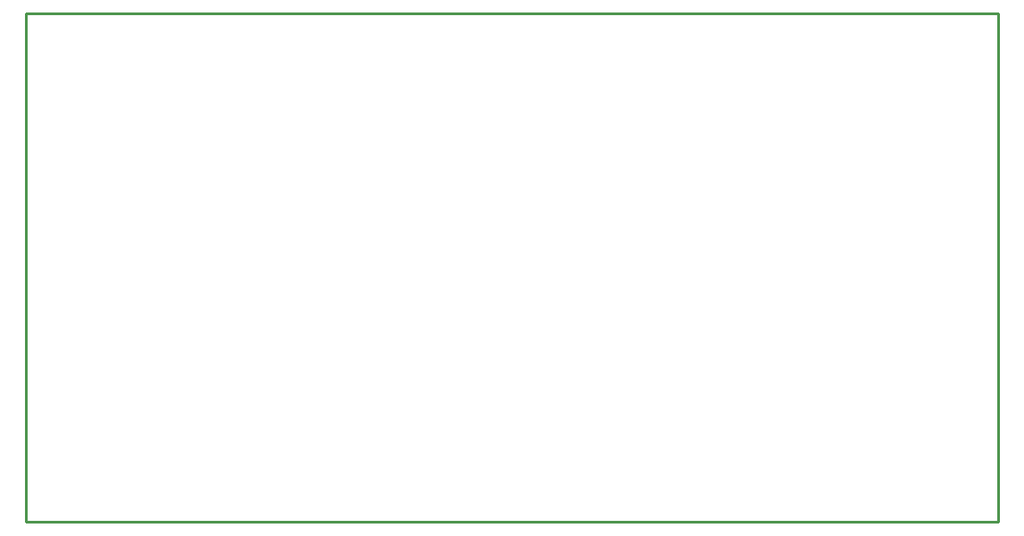
<source format=gbr>
G04 EAGLE Gerber RS-274X export*
G75*
%MOMM*%
%FSLAX34Y34*%
%LPD*%
%IN*%
%IPPOS*%
%AMOC8*
5,1,8,0,0,1.08239X$1,22.5*%
G01*
%ADD10C,0.254000*%


D10*
X0Y0D02*
X923300Y0D01*
X923300Y482500D01*
X0Y482500D01*
X0Y0D01*
M02*

</source>
